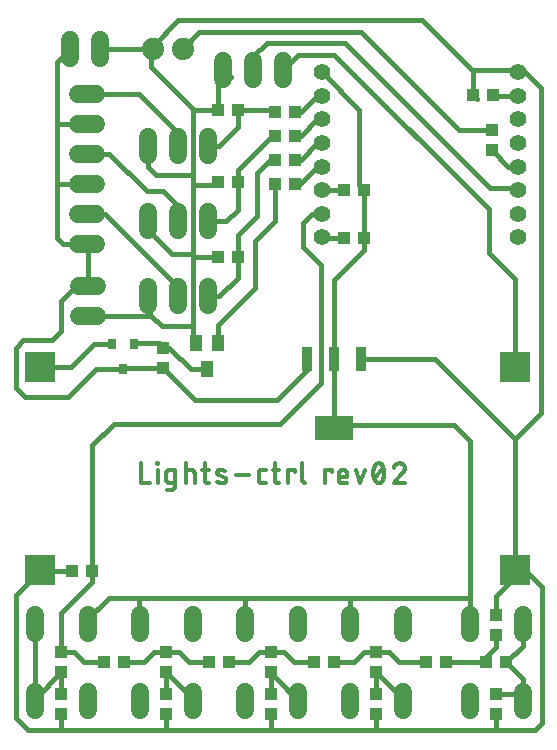
<source format=gbr>
G04 EAGLE Gerber RS-274X export*
G75*
%MOMM*%
%FSLAX34Y34*%
%LPD*%
%INTop Copper*%
%IPPOS*%
%AMOC8*
5,1,8,0,0,1.08239X$1,22.5*%
G01*
%ADD10C,0.355600*%
%ADD11C,1.400000*%
%ADD12C,1.524000*%
%ADD13R,1.000000X1.100000*%
%ADD14R,1.100000X1.000000*%
%ADD15C,1.879600*%
%ADD16R,2.540000X2.540000*%
%ADD17R,0.950000X2.150000*%
%ADD18R,3.250000X2.150000*%
%ADD19R,0.800000X0.900000*%
%ADD20R,1.000000X1.400000*%
%ADD21C,0.406400*%


D10*
X118618Y238252D02*
X118618Y221488D01*
X126069Y221488D01*
X132542Y221488D02*
X132542Y232664D01*
X132077Y237321D02*
X132077Y238252D01*
X133008Y238252D01*
X133008Y237321D01*
X132077Y237321D01*
X142555Y221488D02*
X147212Y221488D01*
X142555Y221488D02*
X142451Y221490D01*
X142346Y221496D01*
X142242Y221506D01*
X142139Y221519D01*
X142036Y221537D01*
X141933Y221558D01*
X141832Y221583D01*
X141731Y221612D01*
X141632Y221645D01*
X141534Y221681D01*
X141438Y221721D01*
X141343Y221765D01*
X141249Y221812D01*
X141158Y221862D01*
X141069Y221916D01*
X140981Y221973D01*
X140896Y222034D01*
X140813Y222098D01*
X140733Y222164D01*
X140655Y222234D01*
X140579Y222306D01*
X140507Y222382D01*
X140437Y222460D01*
X140371Y222540D01*
X140307Y222623D01*
X140246Y222708D01*
X140189Y222796D01*
X140135Y222885D01*
X140085Y222976D01*
X140038Y223070D01*
X139994Y223165D01*
X139954Y223261D01*
X139918Y223359D01*
X139885Y223458D01*
X139856Y223559D01*
X139831Y223660D01*
X139810Y223763D01*
X139792Y223866D01*
X139779Y223969D01*
X139769Y224073D01*
X139763Y224178D01*
X139761Y224282D01*
X139761Y229870D01*
X139763Y229974D01*
X139769Y230079D01*
X139779Y230183D01*
X139792Y230286D01*
X139810Y230389D01*
X139831Y230492D01*
X139856Y230593D01*
X139885Y230694D01*
X139918Y230793D01*
X139954Y230891D01*
X139994Y230987D01*
X140038Y231082D01*
X140085Y231176D01*
X140135Y231267D01*
X140189Y231356D01*
X140246Y231444D01*
X140307Y231529D01*
X140371Y231612D01*
X140437Y231692D01*
X140507Y231770D01*
X140579Y231846D01*
X140655Y231918D01*
X140733Y231988D01*
X140813Y232054D01*
X140896Y232118D01*
X140981Y232179D01*
X141069Y232236D01*
X141158Y232290D01*
X141249Y232340D01*
X141343Y232387D01*
X141438Y232431D01*
X141534Y232471D01*
X141632Y232507D01*
X141731Y232540D01*
X141832Y232569D01*
X141933Y232594D01*
X142036Y232615D01*
X142139Y232633D01*
X142242Y232646D01*
X142346Y232656D01*
X142451Y232662D01*
X142555Y232664D01*
X147212Y232664D01*
X147212Y218694D01*
X147210Y218590D01*
X147204Y218485D01*
X147194Y218381D01*
X147181Y218278D01*
X147163Y218175D01*
X147142Y218072D01*
X147117Y217971D01*
X147088Y217870D01*
X147055Y217771D01*
X147019Y217673D01*
X146979Y217577D01*
X146935Y217482D01*
X146888Y217388D01*
X146838Y217297D01*
X146784Y217208D01*
X146727Y217120D01*
X146666Y217035D01*
X146602Y216952D01*
X146536Y216872D01*
X146466Y216794D01*
X146394Y216718D01*
X146318Y216646D01*
X146240Y216576D01*
X146160Y216510D01*
X146077Y216446D01*
X145992Y216385D01*
X145904Y216328D01*
X145815Y216274D01*
X145724Y216224D01*
X145630Y216177D01*
X145535Y216133D01*
X145439Y216093D01*
X145341Y216057D01*
X145242Y216024D01*
X145141Y215995D01*
X145040Y215970D01*
X144937Y215949D01*
X144834Y215931D01*
X144731Y215918D01*
X144627Y215908D01*
X144522Y215902D01*
X144418Y215900D01*
X140693Y215900D01*
X156198Y221488D02*
X156198Y238252D01*
X156198Y232664D02*
X160855Y232664D01*
X160959Y232662D01*
X161064Y232656D01*
X161168Y232646D01*
X161271Y232633D01*
X161374Y232615D01*
X161477Y232594D01*
X161578Y232569D01*
X161679Y232540D01*
X161778Y232507D01*
X161876Y232471D01*
X161972Y232431D01*
X162067Y232387D01*
X162161Y232340D01*
X162252Y232290D01*
X162341Y232236D01*
X162429Y232179D01*
X162514Y232118D01*
X162597Y232054D01*
X162677Y231988D01*
X162755Y231918D01*
X162831Y231846D01*
X162903Y231770D01*
X162973Y231692D01*
X163039Y231612D01*
X163103Y231529D01*
X163164Y231444D01*
X163221Y231356D01*
X163275Y231267D01*
X163325Y231176D01*
X163372Y231082D01*
X163416Y230987D01*
X163456Y230891D01*
X163492Y230793D01*
X163525Y230694D01*
X163554Y230593D01*
X163579Y230492D01*
X163600Y230389D01*
X163618Y230286D01*
X163631Y230183D01*
X163641Y230079D01*
X163647Y229974D01*
X163649Y229870D01*
X163649Y221488D01*
X170329Y232664D02*
X175917Y232664D01*
X172191Y238252D02*
X172191Y224282D01*
X172193Y224178D01*
X172199Y224073D01*
X172209Y223969D01*
X172222Y223866D01*
X172240Y223763D01*
X172261Y223660D01*
X172286Y223559D01*
X172315Y223458D01*
X172348Y223359D01*
X172384Y223261D01*
X172424Y223165D01*
X172468Y223070D01*
X172515Y222976D01*
X172565Y222885D01*
X172619Y222796D01*
X172676Y222708D01*
X172737Y222623D01*
X172801Y222540D01*
X172867Y222460D01*
X172937Y222382D01*
X173009Y222306D01*
X173085Y222234D01*
X173163Y222164D01*
X173243Y222098D01*
X173326Y222034D01*
X173411Y221973D01*
X173499Y221916D01*
X173588Y221862D01*
X173679Y221812D01*
X173773Y221765D01*
X173868Y221721D01*
X173964Y221681D01*
X174062Y221645D01*
X174161Y221612D01*
X174262Y221583D01*
X174363Y221558D01*
X174466Y221537D01*
X174569Y221519D01*
X174672Y221506D01*
X174776Y221496D01*
X174881Y221490D01*
X174985Y221488D01*
X175917Y221488D01*
X184393Y228007D02*
X189050Y226145D01*
X184393Y228007D02*
X184304Y228045D01*
X184216Y228086D01*
X184130Y228131D01*
X184045Y228179D01*
X183963Y228231D01*
X183883Y228286D01*
X183805Y228344D01*
X183730Y228405D01*
X183657Y228470D01*
X183587Y228537D01*
X183519Y228607D01*
X183455Y228679D01*
X183393Y228754D01*
X183335Y228832D01*
X183279Y228912D01*
X183227Y228993D01*
X183178Y229077D01*
X183133Y229163D01*
X183091Y229251D01*
X183053Y229340D01*
X183018Y229431D01*
X182987Y229523D01*
X182959Y229616D01*
X182936Y229710D01*
X182916Y229805D01*
X182900Y229901D01*
X182888Y229998D01*
X182880Y230094D01*
X182876Y230191D01*
X182875Y230289D01*
X182879Y230386D01*
X182886Y230483D01*
X182898Y230579D01*
X182913Y230675D01*
X182932Y230770D01*
X182955Y230865D01*
X182981Y230958D01*
X183012Y231050D01*
X183046Y231141D01*
X183084Y231231D01*
X183125Y231319D01*
X183170Y231405D01*
X183218Y231489D01*
X183269Y231571D01*
X183324Y231652D01*
X183382Y231730D01*
X183443Y231805D01*
X183507Y231878D01*
X183574Y231948D01*
X183644Y232016D01*
X183716Y232081D01*
X183791Y232143D01*
X183869Y232201D01*
X183948Y232257D01*
X184030Y232309D01*
X184114Y232358D01*
X184200Y232404D01*
X184287Y232446D01*
X184376Y232485D01*
X184467Y232519D01*
X184559Y232551D01*
X184652Y232578D01*
X184746Y232602D01*
X184841Y232622D01*
X184937Y232638D01*
X185034Y232650D01*
X185130Y232659D01*
X185227Y232663D01*
X185325Y232664D01*
X185579Y232657D01*
X185833Y232644D01*
X186087Y232626D01*
X186340Y232601D01*
X186592Y232569D01*
X186844Y232532D01*
X187094Y232489D01*
X187344Y232440D01*
X187592Y232385D01*
X187839Y232324D01*
X188084Y232257D01*
X188328Y232184D01*
X188570Y232105D01*
X188810Y232020D01*
X189047Y231930D01*
X189283Y231834D01*
X189516Y231733D01*
X189050Y226145D02*
X189139Y226107D01*
X189227Y226066D01*
X189313Y226021D01*
X189398Y225973D01*
X189480Y225921D01*
X189560Y225866D01*
X189638Y225808D01*
X189713Y225747D01*
X189786Y225682D01*
X189856Y225615D01*
X189924Y225545D01*
X189988Y225473D01*
X190050Y225398D01*
X190108Y225320D01*
X190164Y225240D01*
X190216Y225159D01*
X190265Y225075D01*
X190310Y224989D01*
X190352Y224901D01*
X190390Y224812D01*
X190425Y224721D01*
X190456Y224629D01*
X190484Y224536D01*
X190507Y224442D01*
X190527Y224347D01*
X190543Y224251D01*
X190555Y224154D01*
X190563Y224058D01*
X190567Y223961D01*
X190568Y223863D01*
X190564Y223766D01*
X190557Y223670D01*
X190545Y223573D01*
X190530Y223477D01*
X190511Y223382D01*
X190488Y223287D01*
X190462Y223194D01*
X190431Y223102D01*
X190397Y223011D01*
X190359Y222921D01*
X190318Y222833D01*
X190273Y222747D01*
X190225Y222663D01*
X190174Y222581D01*
X190119Y222500D01*
X190061Y222422D01*
X190000Y222347D01*
X189936Y222274D01*
X189869Y222204D01*
X189799Y222136D01*
X189727Y222071D01*
X189652Y222009D01*
X189574Y221951D01*
X189495Y221895D01*
X189413Y221843D01*
X189329Y221794D01*
X189243Y221748D01*
X189156Y221706D01*
X189067Y221667D01*
X188976Y221633D01*
X188884Y221601D01*
X188791Y221574D01*
X188697Y221550D01*
X188602Y221530D01*
X188506Y221514D01*
X188409Y221502D01*
X188313Y221493D01*
X188216Y221489D01*
X188119Y221488D01*
X188119Y221489D02*
X187745Y221498D01*
X187372Y221517D01*
X186999Y221544D01*
X186628Y221581D01*
X186257Y221626D01*
X185887Y221679D01*
X185519Y221742D01*
X185152Y221813D01*
X184787Y221893D01*
X184424Y221981D01*
X184063Y222078D01*
X183705Y222184D01*
X183349Y222298D01*
X182996Y222420D01*
X198611Y228007D02*
X209787Y228007D01*
X220776Y221488D02*
X224502Y221488D01*
X220776Y221488D02*
X220672Y221490D01*
X220567Y221496D01*
X220463Y221506D01*
X220360Y221519D01*
X220257Y221537D01*
X220154Y221558D01*
X220053Y221583D01*
X219952Y221612D01*
X219853Y221645D01*
X219755Y221681D01*
X219659Y221721D01*
X219564Y221765D01*
X219470Y221812D01*
X219379Y221862D01*
X219290Y221916D01*
X219202Y221973D01*
X219117Y222034D01*
X219034Y222098D01*
X218954Y222164D01*
X218876Y222234D01*
X218800Y222306D01*
X218728Y222382D01*
X218658Y222460D01*
X218592Y222540D01*
X218528Y222623D01*
X218467Y222708D01*
X218410Y222796D01*
X218356Y222885D01*
X218306Y222976D01*
X218259Y223070D01*
X218215Y223165D01*
X218175Y223261D01*
X218139Y223359D01*
X218106Y223458D01*
X218077Y223559D01*
X218052Y223660D01*
X218031Y223763D01*
X218013Y223866D01*
X218000Y223969D01*
X217990Y224073D01*
X217984Y224178D01*
X217982Y224282D01*
X217982Y229870D01*
X217984Y229974D01*
X217990Y230079D01*
X218000Y230183D01*
X218013Y230286D01*
X218031Y230389D01*
X218052Y230492D01*
X218077Y230593D01*
X218106Y230694D01*
X218139Y230793D01*
X218175Y230891D01*
X218215Y230987D01*
X218259Y231082D01*
X218306Y231176D01*
X218356Y231267D01*
X218410Y231356D01*
X218467Y231444D01*
X218528Y231529D01*
X218592Y231612D01*
X218658Y231692D01*
X218728Y231770D01*
X218800Y231846D01*
X218876Y231918D01*
X218954Y231988D01*
X219034Y232054D01*
X219117Y232118D01*
X219202Y232179D01*
X219290Y232236D01*
X219379Y232290D01*
X219470Y232340D01*
X219564Y232387D01*
X219659Y232431D01*
X219755Y232471D01*
X219853Y232507D01*
X219952Y232540D01*
X220053Y232569D01*
X220154Y232594D01*
X220257Y232615D01*
X220360Y232633D01*
X220463Y232646D01*
X220567Y232656D01*
X220672Y232662D01*
X220776Y232664D01*
X224502Y232664D01*
X229751Y232664D02*
X235339Y232664D01*
X231614Y238252D02*
X231614Y224282D01*
X231616Y224178D01*
X231622Y224073D01*
X231632Y223969D01*
X231645Y223866D01*
X231663Y223763D01*
X231684Y223660D01*
X231709Y223559D01*
X231738Y223458D01*
X231771Y223359D01*
X231807Y223261D01*
X231847Y223165D01*
X231891Y223070D01*
X231938Y222976D01*
X231988Y222885D01*
X232042Y222796D01*
X232099Y222708D01*
X232160Y222623D01*
X232224Y222540D01*
X232290Y222460D01*
X232360Y222382D01*
X232432Y222306D01*
X232508Y222234D01*
X232586Y222164D01*
X232666Y222098D01*
X232749Y222034D01*
X232834Y221973D01*
X232922Y221916D01*
X233011Y221862D01*
X233102Y221812D01*
X233196Y221765D01*
X233291Y221721D01*
X233387Y221681D01*
X233485Y221645D01*
X233584Y221612D01*
X233685Y221583D01*
X233786Y221558D01*
X233889Y221537D01*
X233992Y221519D01*
X234095Y221506D01*
X234199Y221496D01*
X234304Y221490D01*
X234408Y221488D01*
X235339Y221488D01*
X243149Y221488D02*
X243149Y232664D01*
X248737Y232664D01*
X248737Y230801D01*
X254759Y224282D02*
X254759Y238252D01*
X254759Y224282D02*
X254761Y224178D01*
X254767Y224073D01*
X254777Y223969D01*
X254790Y223866D01*
X254808Y223763D01*
X254829Y223660D01*
X254854Y223559D01*
X254883Y223458D01*
X254916Y223359D01*
X254952Y223261D01*
X254992Y223165D01*
X255036Y223070D01*
X255083Y222976D01*
X255133Y222885D01*
X255187Y222796D01*
X255244Y222708D01*
X255305Y222623D01*
X255369Y222540D01*
X255435Y222460D01*
X255505Y222382D01*
X255577Y222306D01*
X255653Y222234D01*
X255731Y222164D01*
X255811Y222098D01*
X255894Y222034D01*
X255979Y221973D01*
X256067Y221916D01*
X256156Y221862D01*
X256247Y221812D01*
X256341Y221765D01*
X256436Y221721D01*
X256532Y221681D01*
X256630Y221645D01*
X256729Y221612D01*
X256830Y221583D01*
X256931Y221558D01*
X257034Y221537D01*
X257137Y221519D01*
X257240Y221506D01*
X257344Y221496D01*
X257449Y221490D01*
X257553Y221488D01*
X274026Y221488D02*
X274026Y232664D01*
X279614Y232664D01*
X279614Y230801D01*
X288323Y221488D02*
X292980Y221488D01*
X288323Y221488D02*
X288219Y221490D01*
X288114Y221496D01*
X288010Y221506D01*
X287907Y221519D01*
X287804Y221537D01*
X287701Y221558D01*
X287600Y221583D01*
X287499Y221612D01*
X287400Y221645D01*
X287302Y221681D01*
X287206Y221721D01*
X287111Y221765D01*
X287017Y221812D01*
X286926Y221862D01*
X286837Y221916D01*
X286749Y221973D01*
X286664Y222034D01*
X286581Y222098D01*
X286501Y222164D01*
X286423Y222234D01*
X286347Y222306D01*
X286275Y222382D01*
X286205Y222460D01*
X286139Y222540D01*
X286075Y222623D01*
X286014Y222708D01*
X285957Y222796D01*
X285903Y222885D01*
X285853Y222976D01*
X285806Y223070D01*
X285762Y223165D01*
X285722Y223261D01*
X285686Y223359D01*
X285653Y223458D01*
X285624Y223559D01*
X285599Y223660D01*
X285578Y223763D01*
X285560Y223866D01*
X285547Y223969D01*
X285537Y224073D01*
X285531Y224178D01*
X285529Y224282D01*
X285529Y228939D01*
X285531Y229060D01*
X285537Y229180D01*
X285547Y229300D01*
X285560Y229420D01*
X285578Y229540D01*
X285599Y229658D01*
X285624Y229776D01*
X285653Y229893D01*
X285686Y230009D01*
X285723Y230124D01*
X285763Y230238D01*
X285807Y230351D01*
X285854Y230461D01*
X285905Y230571D01*
X285960Y230678D01*
X286018Y230784D01*
X286079Y230888D01*
X286144Y230990D01*
X286212Y231089D01*
X286284Y231187D01*
X286358Y231282D01*
X286435Y231374D01*
X286516Y231464D01*
X286599Y231552D01*
X286685Y231636D01*
X286773Y231718D01*
X286865Y231797D01*
X286959Y231873D01*
X287055Y231945D01*
X287153Y232015D01*
X287254Y232082D01*
X287357Y232145D01*
X287462Y232204D01*
X287568Y232261D01*
X287677Y232314D01*
X287787Y232363D01*
X287898Y232409D01*
X288012Y232451D01*
X288126Y232489D01*
X288241Y232524D01*
X288358Y232555D01*
X288476Y232582D01*
X288594Y232605D01*
X288713Y232625D01*
X288833Y232640D01*
X288953Y232652D01*
X289073Y232660D01*
X289194Y232664D01*
X289314Y232664D01*
X289435Y232660D01*
X289555Y232652D01*
X289675Y232640D01*
X289795Y232625D01*
X289914Y232605D01*
X290032Y232582D01*
X290150Y232555D01*
X290267Y232524D01*
X290382Y232489D01*
X290496Y232451D01*
X290610Y232409D01*
X290721Y232363D01*
X290831Y232314D01*
X290940Y232261D01*
X291046Y232204D01*
X291151Y232145D01*
X291254Y232082D01*
X291355Y232015D01*
X291453Y231945D01*
X291549Y231873D01*
X291643Y231797D01*
X291735Y231718D01*
X291823Y231636D01*
X291909Y231552D01*
X291992Y231464D01*
X292073Y231374D01*
X292150Y231282D01*
X292224Y231187D01*
X292296Y231089D01*
X292364Y230990D01*
X292429Y230888D01*
X292490Y230784D01*
X292548Y230678D01*
X292603Y230571D01*
X292654Y230461D01*
X292701Y230351D01*
X292745Y230238D01*
X292785Y230124D01*
X292822Y230009D01*
X292855Y229893D01*
X292884Y229776D01*
X292909Y229658D01*
X292930Y229540D01*
X292948Y229420D01*
X292961Y229300D01*
X292971Y229180D01*
X292977Y229060D01*
X292979Y228939D01*
X292980Y228939D02*
X292980Y227076D01*
X285529Y227076D01*
X300093Y232664D02*
X303819Y221488D01*
X307544Y232664D01*
X314891Y229870D02*
X314895Y230200D01*
X314907Y230529D01*
X314926Y230859D01*
X314954Y231187D01*
X314989Y231515D01*
X315032Y231842D01*
X315083Y232168D01*
X315142Y232493D01*
X315209Y232816D01*
X315283Y233137D01*
X315365Y233456D01*
X315454Y233774D01*
X315551Y234089D01*
X315655Y234402D01*
X315767Y234712D01*
X315887Y235020D01*
X316013Y235324D01*
X316147Y235626D01*
X316288Y235924D01*
X316328Y236032D01*
X316370Y236140D01*
X316417Y236245D01*
X316467Y236349D01*
X316520Y236452D01*
X316577Y236552D01*
X316638Y236651D01*
X316701Y236748D01*
X316768Y236842D01*
X316837Y236934D01*
X316910Y237024D01*
X316986Y237111D01*
X317065Y237195D01*
X317146Y237277D01*
X317231Y237356D01*
X317317Y237433D01*
X317407Y237506D01*
X317498Y237576D01*
X317592Y237643D01*
X317689Y237707D01*
X317787Y237768D01*
X317887Y237825D01*
X317989Y237879D01*
X318093Y237930D01*
X318199Y237977D01*
X318306Y238020D01*
X318414Y238060D01*
X318524Y238096D01*
X318635Y238129D01*
X318747Y238158D01*
X318859Y238183D01*
X318973Y238204D01*
X319087Y238221D01*
X319202Y238235D01*
X319317Y238244D01*
X319432Y238250D01*
X319548Y238252D01*
X319664Y238250D01*
X319779Y238244D01*
X319894Y238235D01*
X320009Y238221D01*
X320123Y238204D01*
X320237Y238183D01*
X320349Y238158D01*
X320461Y238129D01*
X320572Y238096D01*
X320682Y238060D01*
X320790Y238020D01*
X320897Y237977D01*
X321003Y237930D01*
X321107Y237879D01*
X321209Y237825D01*
X321309Y237768D01*
X321407Y237707D01*
X321504Y237643D01*
X321598Y237576D01*
X321689Y237506D01*
X321779Y237433D01*
X321865Y237356D01*
X321950Y237277D01*
X322031Y237195D01*
X322110Y237111D01*
X322186Y237024D01*
X322259Y236934D01*
X322328Y236842D01*
X322395Y236748D01*
X322458Y236651D01*
X322519Y236552D01*
X322576Y236452D01*
X322629Y236349D01*
X322679Y236245D01*
X322726Y236139D01*
X322768Y236032D01*
X322808Y235924D01*
X322949Y235626D01*
X323083Y235324D01*
X323209Y235020D01*
X323329Y234712D01*
X323441Y234402D01*
X323545Y234089D01*
X323642Y233774D01*
X323731Y233456D01*
X323813Y233137D01*
X323887Y232816D01*
X323954Y232493D01*
X324013Y232168D01*
X324064Y231842D01*
X324107Y231515D01*
X324142Y231187D01*
X324170Y230859D01*
X324189Y230529D01*
X324201Y230200D01*
X324205Y229870D01*
X314891Y229870D02*
X314895Y229540D01*
X314907Y229211D01*
X314926Y228881D01*
X314954Y228553D01*
X314989Y228225D01*
X315032Y227898D01*
X315083Y227572D01*
X315142Y227248D01*
X315209Y226924D01*
X315283Y226603D01*
X315365Y226284D01*
X315454Y225966D01*
X315551Y225651D01*
X315655Y225338D01*
X315767Y225028D01*
X315887Y224720D01*
X316013Y224416D01*
X316147Y224114D01*
X316288Y223816D01*
X316328Y223708D01*
X316370Y223600D01*
X316417Y223495D01*
X316467Y223391D01*
X316520Y223288D01*
X316577Y223188D01*
X316638Y223089D01*
X316701Y222992D01*
X316768Y222898D01*
X316838Y222806D01*
X316910Y222716D01*
X316986Y222629D01*
X317065Y222545D01*
X317146Y222463D01*
X317231Y222384D01*
X317317Y222307D01*
X317407Y222234D01*
X317498Y222164D01*
X317592Y222097D01*
X317689Y222033D01*
X317787Y221972D01*
X317887Y221915D01*
X317989Y221861D01*
X318093Y221810D01*
X318199Y221763D01*
X318306Y221720D01*
X318414Y221680D01*
X318524Y221644D01*
X318635Y221611D01*
X318747Y221582D01*
X318859Y221557D01*
X318973Y221536D01*
X319087Y221519D01*
X319202Y221505D01*
X319317Y221496D01*
X319432Y221490D01*
X319548Y221488D01*
X322808Y223816D02*
X322949Y224114D01*
X323083Y224416D01*
X323209Y224720D01*
X323329Y225028D01*
X323441Y225338D01*
X323545Y225651D01*
X323642Y225966D01*
X323731Y226284D01*
X323813Y226603D01*
X323887Y226924D01*
X323954Y227248D01*
X324013Y227572D01*
X324064Y227898D01*
X324107Y228225D01*
X324142Y228553D01*
X324170Y228881D01*
X324189Y229211D01*
X324201Y229540D01*
X324205Y229870D01*
X322808Y223816D02*
X322768Y223708D01*
X322726Y223600D01*
X322679Y223495D01*
X322629Y223391D01*
X322576Y223288D01*
X322519Y223188D01*
X322458Y223089D01*
X322395Y222992D01*
X322328Y222898D01*
X322259Y222806D01*
X322186Y222716D01*
X322110Y222629D01*
X322031Y222545D01*
X321950Y222463D01*
X321865Y222384D01*
X321779Y222307D01*
X321689Y222234D01*
X321598Y222164D01*
X321504Y222097D01*
X321407Y222033D01*
X321309Y221972D01*
X321209Y221915D01*
X321107Y221861D01*
X321003Y221810D01*
X320897Y221763D01*
X320790Y221720D01*
X320682Y221680D01*
X320572Y221644D01*
X320461Y221611D01*
X320349Y221582D01*
X320237Y221557D01*
X320123Y221536D01*
X320009Y221519D01*
X319894Y221505D01*
X319779Y221496D01*
X319664Y221490D01*
X319548Y221488D01*
X315823Y225213D02*
X323274Y234527D01*
X337491Y238252D02*
X337618Y238250D01*
X337744Y238244D01*
X337870Y238235D01*
X337996Y238221D01*
X338122Y238204D01*
X338246Y238183D01*
X338371Y238159D01*
X338494Y238130D01*
X338616Y238098D01*
X338738Y238062D01*
X338858Y238023D01*
X338977Y237980D01*
X339095Y237933D01*
X339211Y237883D01*
X339326Y237829D01*
X339439Y237772D01*
X339550Y237711D01*
X339659Y237648D01*
X339766Y237580D01*
X339872Y237510D01*
X339975Y237437D01*
X340076Y237360D01*
X340174Y237281D01*
X340270Y237198D01*
X340364Y237113D01*
X340454Y237024D01*
X340543Y236934D01*
X340628Y236840D01*
X340711Y236744D01*
X340790Y236646D01*
X340867Y236545D01*
X340940Y236442D01*
X341010Y236336D01*
X341078Y236229D01*
X341141Y236120D01*
X341202Y236009D01*
X341259Y235896D01*
X341313Y235781D01*
X341363Y235665D01*
X341410Y235547D01*
X341453Y235428D01*
X341492Y235308D01*
X341528Y235186D01*
X341560Y235064D01*
X341589Y234941D01*
X341613Y234816D01*
X341634Y234692D01*
X341651Y234566D01*
X341665Y234440D01*
X341674Y234314D01*
X341680Y234188D01*
X341682Y234061D01*
X337491Y238252D02*
X337347Y238250D01*
X337203Y238244D01*
X337059Y238235D01*
X336916Y238221D01*
X336773Y238204D01*
X336630Y238183D01*
X336488Y238158D01*
X336347Y238129D01*
X336207Y238097D01*
X336068Y238060D01*
X335929Y238020D01*
X335792Y237977D01*
X335656Y237930D01*
X335521Y237879D01*
X335388Y237824D01*
X335256Y237766D01*
X335126Y237705D01*
X334997Y237640D01*
X334870Y237571D01*
X334745Y237499D01*
X334622Y237424D01*
X334502Y237346D01*
X334383Y237264D01*
X334266Y237179D01*
X334152Y237092D01*
X334040Y237001D01*
X333931Y236907D01*
X333824Y236810D01*
X333720Y236711D01*
X333619Y236609D01*
X333520Y236504D01*
X333424Y236396D01*
X333331Y236286D01*
X333241Y236173D01*
X333154Y236059D01*
X333070Y235941D01*
X332990Y235822D01*
X332912Y235701D01*
X332838Y235577D01*
X332767Y235452D01*
X332700Y235324D01*
X332636Y235195D01*
X332575Y235065D01*
X332518Y234932D01*
X332465Y234798D01*
X332415Y234663D01*
X332369Y234527D01*
X340286Y230801D02*
X340379Y230892D01*
X340469Y230986D01*
X340557Y231082D01*
X340641Y231181D01*
X340723Y231282D01*
X340802Y231386D01*
X340878Y231492D01*
X340951Y231600D01*
X341020Y231710D01*
X341087Y231822D01*
X341150Y231936D01*
X341210Y232051D01*
X341266Y232169D01*
X341319Y232288D01*
X341369Y232408D01*
X341415Y232530D01*
X341457Y232653D01*
X341496Y232777D01*
X341531Y232902D01*
X341563Y233029D01*
X341591Y233156D01*
X341615Y233284D01*
X341636Y233412D01*
X341653Y233541D01*
X341666Y233671D01*
X341675Y233801D01*
X341681Y233931D01*
X341683Y234061D01*
X340285Y230801D02*
X332369Y221488D01*
X341682Y221488D01*
D11*
X437330Y569470D03*
X437330Y549470D03*
X437330Y529470D03*
X437330Y509470D03*
X437330Y489470D03*
X437330Y469470D03*
X437330Y449470D03*
X437330Y429470D03*
X271330Y569470D03*
X271330Y549470D03*
X271330Y529470D03*
X271330Y509470D03*
X271330Y489470D03*
X271330Y469470D03*
X271330Y449470D03*
X271330Y429470D03*
D12*
X28194Y109982D02*
X28194Y94742D01*
X73406Y94742D02*
X73406Y109982D01*
X28194Y44958D02*
X28194Y29718D01*
X73406Y29718D02*
X73406Y44958D01*
X162306Y44958D02*
X162306Y29718D01*
X117094Y29718D02*
X117094Y44958D01*
X162306Y94742D02*
X162306Y109982D01*
X117094Y109982D02*
X117094Y94742D01*
X251206Y44958D02*
X251206Y29718D01*
X205994Y29718D02*
X205994Y44958D01*
X251206Y94742D02*
X251206Y109982D01*
X205994Y109982D02*
X205994Y94742D01*
X340106Y44958D02*
X340106Y29718D01*
X294894Y29718D02*
X294894Y44958D01*
X340106Y94742D02*
X340106Y109982D01*
X294894Y109982D02*
X294894Y94742D01*
D13*
X50800Y61350D03*
X50800Y78350D03*
X139700Y61350D03*
X139700Y78350D03*
X228600Y61350D03*
X228600Y78350D03*
X317500Y61350D03*
X317500Y78350D03*
X419100Y110100D03*
X419100Y93100D03*
D14*
X281550Y69850D03*
X264550Y69850D03*
X192650Y69850D03*
X175650Y69850D03*
X103750Y69850D03*
X86750Y69850D03*
D12*
X175260Y499110D02*
X175260Y514350D01*
X149860Y514350D02*
X149860Y499110D01*
X124460Y499110D02*
X124460Y514350D01*
D14*
X183270Y537210D03*
X200270Y537210D03*
X248530Y535940D03*
X231530Y535940D03*
D12*
X175260Y450850D02*
X175260Y435610D01*
X149860Y435610D02*
X149860Y450850D01*
X124460Y450850D02*
X124460Y435610D01*
D14*
X183270Y476250D03*
X200270Y476250D03*
X248530Y515620D03*
X231530Y515620D03*
D12*
X175260Y387350D02*
X175260Y372110D01*
X149860Y372110D02*
X149860Y387350D01*
X124460Y387350D02*
X124460Y372110D01*
D14*
X183270Y412750D03*
X200270Y412750D03*
X248530Y495300D03*
X231530Y495300D03*
X289950Y429260D03*
X306950Y429260D03*
X289950Y469900D03*
X306950Y469900D03*
X416170Y549910D03*
X399170Y549910D03*
D12*
X81280Y388620D02*
X66040Y388620D01*
X66040Y363220D02*
X81280Y363220D01*
D15*
X153670Y589280D03*
X128270Y589280D03*
D13*
X415290Y520310D03*
X415290Y503310D03*
D12*
X187960Y563880D02*
X187960Y579120D01*
X213360Y579120D02*
X213360Y563880D01*
X238760Y563880D02*
X238760Y579120D01*
X441706Y109982D02*
X441706Y94742D01*
X396494Y94742D02*
X396494Y109982D01*
X441706Y44958D02*
X441706Y29718D01*
X396494Y29718D02*
X396494Y44958D01*
D14*
X427600Y69850D03*
X410600Y69850D03*
X376800Y69850D03*
X359800Y69850D03*
D16*
X32680Y319680D03*
X32680Y147680D03*
X434680Y147680D03*
X434680Y319680D03*
D13*
X50800Y25790D03*
X50800Y42790D03*
X139700Y25790D03*
X139700Y42790D03*
X228600Y25790D03*
X228600Y42790D03*
X317500Y25790D03*
X317500Y42790D03*
X419100Y25790D03*
X419100Y42790D03*
D17*
X304940Y326180D03*
X281940Y326180D03*
X258940Y326180D03*
D18*
X281940Y268180D03*
D14*
X60080Y147320D03*
X77080Y147320D03*
D19*
X112370Y338930D03*
X93370Y338930D03*
X102870Y317930D03*
D20*
X173990Y317930D03*
X164490Y339930D03*
X183490Y339930D03*
D14*
X231530Y474980D03*
X248530Y474980D03*
D13*
X137160Y319160D03*
X137160Y336160D03*
D12*
X80010Y551180D02*
X64770Y551180D01*
X64770Y525780D02*
X80010Y525780D01*
X80010Y500380D02*
X64770Y500380D01*
X64770Y474980D02*
X80010Y474980D01*
X80010Y449580D02*
X64770Y449580D01*
X64770Y424180D02*
X80010Y424180D01*
X58420Y581660D02*
X58420Y596900D01*
X83820Y596900D02*
X83820Y581660D01*
D21*
X306950Y78350D02*
X298450Y69850D01*
X281550Y69850D01*
X306950Y78350D02*
X317500Y78350D01*
X328050Y78350D01*
X336550Y69850D02*
X359800Y69850D01*
X336550Y69850D02*
X328050Y78350D01*
X264550Y69850D02*
X247650Y69850D01*
X239150Y78350D02*
X228600Y78350D01*
X239150Y78350D02*
X247650Y69850D01*
X228600Y78350D02*
X218050Y78350D01*
X209550Y69850D01*
X192650Y69850D01*
X175650Y69850D02*
X158750Y69850D01*
X150250Y78350D02*
X139700Y78350D01*
X150250Y78350D02*
X158750Y69850D01*
X139700Y78350D02*
X129150Y78350D01*
X120650Y69850D01*
X103750Y69850D01*
X270510Y449470D02*
X271330Y449470D01*
X86750Y69850D02*
X69850Y69850D01*
X61350Y78350D01*
X50800Y78350D01*
X50800Y111760D01*
X236220Y271780D02*
X270510Y306070D01*
X77080Y253610D02*
X77080Y147320D01*
X77080Y253610D02*
X95250Y271780D01*
X236220Y271780D01*
X77080Y147320D02*
X77080Y138040D01*
X50800Y111760D01*
X270510Y306070D02*
X270510Y406400D01*
X255270Y421640D01*
X255270Y441960D01*
X262890Y449580D01*
X270400Y449580D01*
X270510Y449470D01*
X50800Y61350D02*
X50800Y61214D01*
X28194Y38608D01*
X28194Y37338D01*
X28194Y102362D01*
X50800Y61350D02*
X50800Y42790D01*
X306950Y429260D02*
X306950Y469900D01*
X303140Y473710D01*
X303140Y537660D02*
X271330Y569470D01*
X303140Y537660D02*
X303140Y473710D01*
X121412Y102362D02*
X117094Y102362D01*
X73406Y102362D02*
X71120Y104648D01*
X281940Y268180D02*
X281940Y326180D01*
X383540Y270510D02*
X396494Y257556D01*
X396494Y124460D02*
X396494Y102362D01*
X396494Y124460D02*
X396494Y257556D01*
X281940Y326180D02*
X281940Y393564D01*
X306950Y418574D02*
X306950Y429260D01*
X306950Y418574D02*
X281940Y393564D01*
X284270Y270510D02*
X281940Y268180D01*
X284270Y270510D02*
X383540Y270510D01*
X294894Y102616D02*
X294894Y102362D01*
X90932Y124460D02*
X71120Y104648D01*
X294640Y124460D02*
X396494Y124460D01*
X205994Y124460D02*
X116840Y124460D01*
X90932Y124460D01*
X116840Y102616D02*
X117094Y102362D01*
X116840Y102616D02*
X116840Y124460D01*
X294894Y124206D02*
X294894Y102362D01*
X294894Y124206D02*
X294640Y124460D01*
X205994Y124460D02*
X205994Y102362D01*
X205994Y124460D02*
X294640Y124460D01*
X437330Y469470D02*
X435618Y471182D01*
X414109Y471182D01*
X290931Y594360D02*
X224790Y594360D01*
X290931Y594360D02*
X414109Y471182D01*
X213360Y571500D02*
X213360Y582930D01*
X224790Y594360D01*
X416610Y549470D02*
X437330Y549470D01*
X416610Y549470D02*
X416170Y549910D01*
X402730Y546350D02*
X399170Y549910D01*
X397900Y551180D01*
X435300Y571500D02*
X437330Y569470D01*
X443680Y569470D02*
X457200Y555950D01*
X443680Y569470D02*
X437330Y569470D01*
X73660Y363220D02*
X67310Y363220D01*
X419100Y125750D02*
X419100Y110100D01*
X419100Y125750D02*
X430870Y137520D01*
X430870Y143870D01*
X434680Y147680D01*
X50800Y25790D02*
X50800Y12700D01*
X139700Y12700D02*
X228600Y12700D01*
X317500Y12700D01*
X419100Y12700D01*
X452120Y12700D01*
X228600Y12700D02*
X228600Y25790D01*
X317500Y25790D02*
X317500Y12700D01*
X419100Y12700D02*
X419100Y25790D01*
X139700Y12700D02*
X50800Y12700D01*
X139700Y12700D02*
X139700Y25790D01*
X434680Y147680D02*
X434680Y258740D01*
X367240Y326180D01*
X443378Y147680D02*
X457708Y133350D01*
X443378Y147680D02*
X434680Y147680D01*
X434680Y258740D02*
X457200Y281260D01*
X457200Y555950D01*
X367240Y326180D02*
X304940Y326180D01*
X457708Y18288D02*
X452120Y12700D01*
X457708Y18288D02*
X457708Y133350D01*
X50800Y12700D02*
X22352Y12700D01*
X12192Y22860D01*
X12192Y127192D01*
X32680Y147680D01*
X33040Y147320D02*
X60080Y147320D01*
X33040Y147320D02*
X32680Y147680D01*
X130810Y482600D02*
X124460Y488950D01*
X124460Y506730D01*
X127000Y363220D02*
X73660Y363220D01*
X144780Y415290D02*
X162560Y415290D01*
X144780Y415290D02*
X124460Y435610D01*
X398290Y571500D02*
X435300Y571500D01*
X162560Y538480D02*
X127000Y574040D01*
X128270Y589280D02*
X83820Y589280D01*
X127000Y588010D02*
X127000Y574040D01*
X127000Y588010D02*
X128270Y589280D01*
X128270Y591820D02*
X149860Y613410D01*
X128270Y591820D02*
X128270Y589280D01*
X399170Y570620D02*
X399170Y549910D01*
X398290Y571500D02*
X356380Y613410D01*
X398290Y571500D02*
X399170Y570620D01*
X356380Y613410D02*
X149860Y613410D01*
X187960Y571500D02*
X194310Y565150D01*
X162560Y482600D02*
X130810Y482600D01*
X180730Y473710D02*
X183270Y476250D01*
X180730Y473710D02*
X162560Y473710D01*
X183270Y537210D02*
X183270Y566810D01*
X187960Y571500D01*
X162560Y473710D02*
X162560Y473710D01*
X162560Y482600D01*
X162560Y473710D02*
X162560Y473710D01*
X162560Y415290D01*
X125730Y378460D02*
X125730Y364490D01*
X125730Y378460D02*
X124460Y379730D01*
X125730Y364490D02*
X127000Y363220D01*
X135890Y354330D01*
X162560Y354330D01*
X162560Y341860D02*
X162560Y412750D01*
X162560Y341860D02*
X164490Y339930D01*
X162560Y412750D02*
X162560Y415290D01*
X162560Y412750D02*
X183270Y412750D01*
X162560Y482600D02*
X162560Y538480D01*
X163830Y537210D01*
X183270Y537210D01*
X124460Y443230D02*
X124460Y435610D01*
X267520Y509470D02*
X271330Y509470D01*
X267520Y509470D02*
X253350Y495300D01*
X248530Y495300D01*
X230260Y537210D02*
X200270Y537210D01*
X230260Y537210D02*
X231530Y535940D01*
X184150Y506730D02*
X175260Y506730D01*
X184150Y506730D02*
X200660Y523240D01*
X200660Y536820D01*
X200270Y537210D01*
X200270Y453000D02*
X190500Y443230D01*
X175260Y443230D01*
X200270Y453000D02*
X200270Y476250D01*
X200270Y486900D02*
X228990Y515620D01*
X200270Y486900D02*
X200270Y476250D01*
X228990Y515620D02*
X231530Y515620D01*
X231530Y495300D02*
X227720Y495300D01*
X216290Y483870D01*
X184540Y379730D02*
X175260Y379730D01*
X216290Y447820D02*
X216290Y483870D01*
X216290Y447820D02*
X200270Y431800D01*
X200270Y412750D01*
X200270Y395460D01*
X184540Y379730D01*
X248530Y474980D02*
X253030Y474980D01*
X267520Y489470D02*
X271330Y489470D01*
X267520Y489470D02*
X253030Y474980D01*
X248970Y535500D02*
X248530Y535940D01*
X267520Y549470D02*
X271330Y549470D01*
X267520Y549470D02*
X253550Y535500D01*
X248970Y535500D01*
X267520Y529470D02*
X271330Y529470D01*
X267520Y529470D02*
X253670Y515620D01*
X248530Y515620D01*
X149860Y455930D02*
X149860Y443230D01*
X149860Y455930D02*
X137160Y468630D01*
X123190Y468630D01*
X91440Y500380D02*
X72390Y500380D01*
X91440Y500380D02*
X123190Y468630D01*
X149860Y387350D02*
X149860Y379730D01*
X87630Y449580D02*
X72390Y449580D01*
X87630Y449580D02*
X149860Y387350D01*
X73660Y388620D02*
X63500Y388620D01*
X50800Y375920D01*
X18415Y342265D02*
X12192Y336042D01*
X12192Y302260D01*
X19812Y294640D01*
X104100Y319160D02*
X137160Y319160D01*
X104100Y319160D02*
X102870Y317930D01*
X258940Y317290D02*
X258940Y326180D01*
X258940Y317290D02*
X233540Y291890D01*
X164430Y291890D01*
X137160Y319160D01*
X102870Y317930D02*
X80010Y317930D01*
X56720Y294640D01*
X19812Y294640D01*
X73660Y422910D02*
X72390Y424180D01*
X73660Y422910D02*
X73660Y388620D01*
X72390Y424180D02*
X52070Y424180D01*
X46990Y429260D01*
X46990Y474980D01*
X46990Y525780D01*
X72390Y525780D01*
X46990Y525780D02*
X46990Y577850D01*
X58420Y589280D01*
X42545Y342265D02*
X18415Y342265D01*
X50800Y350520D02*
X50800Y375920D01*
X50800Y350520D02*
X42545Y342265D01*
X46990Y474980D02*
X72390Y474980D01*
X271330Y429470D02*
X271540Y429260D01*
X289950Y429260D01*
X289520Y469470D02*
X289950Y469900D01*
X289520Y469470D02*
X271330Y469470D01*
X387740Y520310D02*
X415290Y520310D01*
X304800Y603250D02*
X167640Y603250D01*
X304800Y603250D02*
X387740Y520310D01*
X167640Y603250D02*
X153670Y589280D01*
X429130Y489470D02*
X437330Y489470D01*
X429130Y489470D02*
X415290Y503310D01*
X434680Y394610D02*
X434680Y319680D01*
X434680Y394610D02*
X412540Y416750D01*
X412540Y453600D01*
X251460Y584200D02*
X238760Y571500D01*
X281940Y584200D02*
X412540Y453600D01*
X281940Y584200D02*
X251460Y584200D01*
X441706Y83956D02*
X427600Y69850D01*
X441706Y83956D02*
X441706Y102362D01*
X441706Y55744D02*
X441706Y37338D01*
X441706Y55744D02*
X427600Y69850D01*
X419100Y42790D02*
X436254Y42790D01*
X441706Y37338D01*
X410600Y69850D02*
X376800Y69850D01*
X419100Y82550D02*
X419100Y93100D01*
X419100Y82550D02*
X410600Y74050D01*
X410600Y69850D01*
X162306Y38744D02*
X162306Y37338D01*
X162306Y38744D02*
X139700Y61350D01*
X139700Y42790D01*
X233225Y55319D02*
X251206Y37338D01*
X233225Y55319D02*
X227296Y60046D01*
X228600Y61350D02*
X228600Y42790D01*
X227296Y60046D02*
X228600Y61350D01*
X317500Y61350D02*
X319600Y59250D01*
X340106Y38744D01*
X340106Y37338D01*
X317500Y42790D02*
X317500Y57150D01*
X319600Y59250D01*
X231530Y443620D02*
X231530Y474980D01*
X231530Y443620D02*
X214630Y426720D01*
X183490Y355170D02*
X183490Y339930D01*
X183490Y355170D02*
X214630Y386310D01*
X214630Y426720D01*
X133350Y339970D02*
X137160Y336160D01*
X133350Y339970D02*
X113410Y339970D01*
X112370Y338930D01*
X137160Y336160D02*
X142240Y336160D01*
X160470Y317930D01*
X173990Y317930D01*
X93370Y338930D02*
X78600Y338930D01*
X59350Y319680D01*
X32680Y319680D01*
X149860Y506730D02*
X149860Y518160D01*
X116840Y551180D01*
X72390Y551180D01*
M02*

</source>
